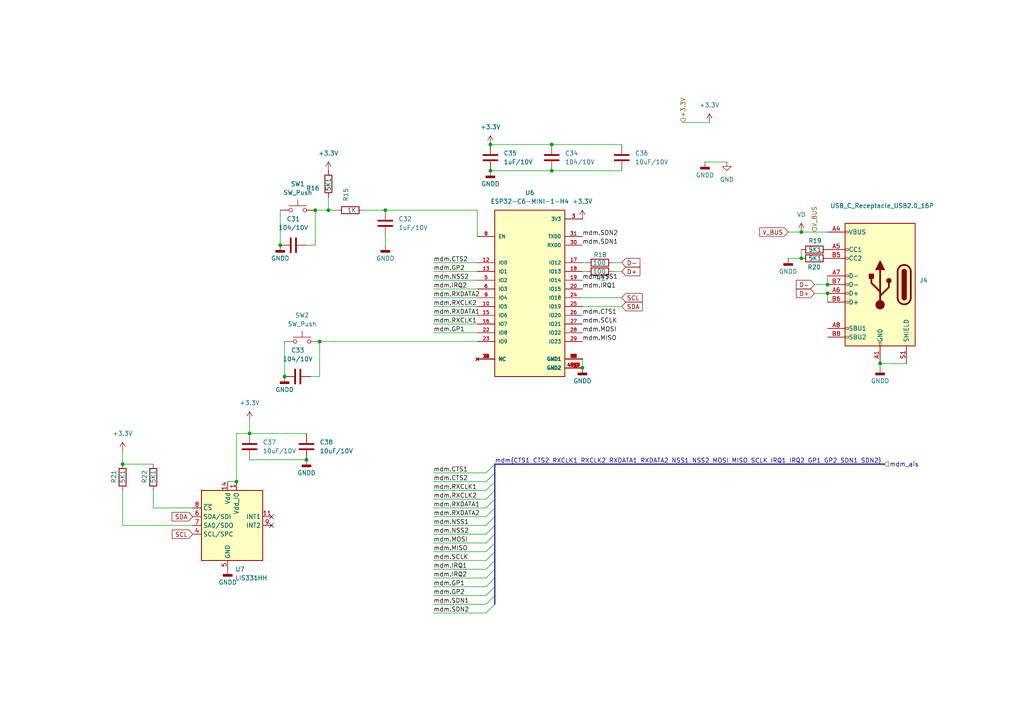
<source format=kicad_sch>
(kicad_sch (version 20231120) (generator "eeschema") (generator_version "8.0")
  (paper "A4")
  (lib_symbols
    (symbol "Connector:USB_C_Receptacle_USB2.0_16P" (pin_names (offset 1.016))
      (property "Reference" "J" (at 0 22.225 0))
      (property "Value" "USB_C_Receptacle_USB2.0_16P" (at 0 19.685 0))
      (symbol "USB_C_Receptacle_USB2.0_16P_0_0"
        (rectangle (start -0.254 -17.78) (end 0.254 -16.764))
        (rectangle (start 10.16 -14.986) (end 9.144 -15.494))
        (rectangle (start 10.16 -12.446) (end 9.144 -12.954))
        (rectangle (start 10.16 -4.826) (end 9.144 -5.334))
        (rectangle (start 10.16 -2.286) (end 9.144 -2.794))
        (rectangle (start 10.16 0.254) (end 9.144 -0.254))
        (rectangle (start 10.16 2.794) (end 9.144 2.286))
        (rectangle (start 10.16 7.874) (end 9.144 7.366))
        (rectangle (start 10.16 10.414) (end 9.144 9.906))
        (rectangle (start 10.16 15.494) (end 9.144 14.986))
      )
      (symbol "USB_C_Receptacle_USB2.0_16P_0_1"
        (rectangle (start -10.16 17.78) (end 10.16 -17.78) (stroke (width 0.254)) (fill (type background)))
        (arc (start -8.89 -3.81) (mid -6.985 -5.7067) (end -5.08 -3.81) (stroke (width 0.508)))
        (arc (start -7.62 -3.81) (mid -6.985 -4.4423) (end -6.35 -3.81) (stroke (width 0.254)))
        (arc (start -7.62 -3.81) (mid -6.985 -4.4423) (end -6.35 -3.81) (stroke (width 0.254)) (fill (type outline)))
        (rectangle (start -7.62 -3.81) (end -6.35 3.81) (stroke (width 0.254)) (fill (type outline)))
        (arc (start -6.35 3.81) (mid -6.985 4.4423) (end -7.62 3.81) (stroke (width 0.254)))
        (arc (start -6.35 3.81) (mid -6.985 4.4423) (end -7.62 3.81) (stroke (width 0.254)) (fill (type outline)))
        (arc (start -5.08 3.81) (mid -6.985 5.7067) (end -8.89 3.81) (stroke (width 0.508)))
        (circle (center -2.54 1.143) (radius 0.635) (stroke (width 0.254)) (fill (type outline)))
        (circle (center 0 -5.842) (radius 1.27) (fill (type outline)))
        (polyline (pts (xy -8.89 -3.81) (xy -8.89 3.81)) (stroke (width 0.508)))
        (polyline (pts (xy -5.08 3.81) (xy -5.08 -3.81)) (stroke (width 0.508)))
        (polyline (pts (xy 0 -5.842) (xy 0 4.318)) (stroke (width 0.508)))
        (polyline (pts (xy 0 -3.302) (xy -2.54 -0.762) (xy -2.54 0.508)) (stroke (width 0.508)))
        (polyline (pts (xy 0 -2.032) (xy 2.54 0.508) (xy 2.54 1.778)) (stroke (width 0.508)))
        (polyline (pts (xy -1.27 4.318) (xy 0 6.858) (xy 1.27 4.318) (xy -1.27 4.318)) (stroke (width 0.254)) (fill (type outline)))
        (rectangle (start 1.905 1.778) (end 3.175 3.048) (stroke (width 0.254)) (fill (type outline)))
      )
      (symbol "USB_C_Receptacle_USB2.0_16P_1_1"
        (pin passive line (at 0 -22.86 90) (length 5.08) (name "GND") (number "A1"))
        (pin passive line (at 0 -22.86 90) (length 5.08) hide (name "GND") (number "A12"))
        (pin passive line (at 15.24 15.24 180) (length 5.08) (name "VBUS") (number "A4"))
        (pin bidirectional line (at 15.24 10.16 180) (length 5.08) (name "CC1") (number "A5"))
        (pin bidirectional line (at 15.24 -2.54 180) (length 5.08) (name "D+") (number "A6"))
        (pin bidirectional line (at 15.24 2.54 180) (length 5.08) (name "D-") (number "A7"))
        (pin bidirectional line (at 15.24 -12.7 180) (length 5.08) (name "SBU1") (number "A8"))
        (pin passive line (at 15.24 15.24 180) (length 5.08) hide (name "VBUS") (number "A9"))
        (pin passive line (at 0 -22.86 90) (length 5.08) hide (name "GND") (number "B1"))
        (pin passive line (at 0 -22.86 90) (length 5.08) hide (name "GND") (number "B12"))
        (pin passive line (at 15.24 15.24 180) (length 5.08) hide (name "VBUS") (number "B4"))
        (pin bidirectional line (at 15.24 7.62 180) (length 5.08) (name "CC2") (number "B5"))
        (pin bidirectional line (at 15.24 -5.08 180) (length 5.08) (name "D+") (number "B6"))
        (pin bidirectional line (at 15.24 0 180) (length 5.08) (name "D-") (number "B7"))
        (pin bidirectional line (at 15.24 -15.24 180) (length 5.08) (name "SBU2") (number "B8"))
        (pin passive line (at 15.24 15.24 180) (length 5.08) hide (name "VBUS") (number "B9"))
        (pin passive line (at -7.62 -22.86 90) (length 5.08) (name "SHIELD") (number "S1"))
      )
    )
    (symbol "Device:C" (pin_numbers hide) (pin_names (offset 0.254))
      (property "Reference" "C" (at 0.635 2.54 0))
      (property "Value" "C" (at 0.635 -2.54 0))
      (symbol "C_0_1"
        (polyline (pts (xy -2.032 -0.762) (xy 2.032 -0.762)) (stroke (width 0.508)))
        (polyline (pts (xy -2.032 0.762) (xy 2.032 0.762)) (stroke (width 0.508)))
      )
      (symbol "C_1_1"
        (pin passive line (at 0 3.81 270) (length 2.794) (name "~") (number "1"))
        (pin passive line (at 0 -3.81 90) (length 2.794) (name "~") (number "2"))
      )
    )
    (symbol "Device:R" (pin_numbers hide) (pin_names (offset 0))
      (property "Reference" "R" (at 2.032 0 90))
      (property "Value" "R" (at 0 0 90))
      (symbol "R_0_1"
        (rectangle (start -1.016 -2.54) (end 1.016 2.54) (stroke (width 0.254)))
      )
      (symbol "R_1_1"
        (pin passive line (at 0 3.81 270) (length 1.27) (name "~") (number "1"))
        (pin passive line (at 0 -3.81 90) (length 1.27) (name "~") (number "2"))
      )
    )
    (symbol "SI_ESP32:ESP32-C6-MINI-1-H4" (pin_names (offset 1.016))
      (property "Reference" "U" (at -10.16 23.622 0))
      (property "Value" "ESP32-C6-MINI-1-H4" (at -10.16 -27.94 0))
      (symbol "ESP32-C6-MINI-1-H4_0_0"
        (rectangle (start -10.16 -25.4) (end 10.16 22.86) (stroke (width 0.254)) (fill (type background)))
        (pin power_in line (at 15.24 -20.32 180) (length 5.08) (name "GND1") (number "1"))
        (pin bidirectional line (at -15.24 -5.08 0) (length 5.08) (name "IO5") (number "10"))
        (pin power_in line (at 15.24 -20.32 180) (length 5.08) (name "GND1") (number "11"))
        (pin bidirectional line (at -15.24 7.62 0) (length 5.08) (name "IO0") (number "12"))
        (pin bidirectional line (at -15.24 5.08 0) (length 5.08) (name "IO1") (number "13"))
        (pin power_in line (at 15.24 -20.32 180) (length 5.08) (name "GND1") (number "14"))
        (pin bidirectional line (at -15.24 -7.62 0) (length 5.08) (name "IO6") (number "15"))
        (pin bidirectional line (at -15.24 -10.16 0) (length 5.08) (name "IO7") (number "16"))
        (pin bidirectional line (at 15.24 7.62 180) (length 5.08) (name "IO12") (number "17"))
        (pin bidirectional line (at 15.24 5.08 180) (length 5.08) (name "IO13") (number "18"))
        (pin bidirectional line (at 15.24 2.54 180) (length 5.08) (name "IO14") (number "19"))
        (pin power_in line (at 15.24 -20.32 180) (length 5.08) (name "GND1") (number "2"))
        (pin bidirectional line (at 15.24 0 180) (length 5.08) (name "IO15") (number "20"))
        (pin no_connect line (at -15.24 -20.32 0) (length 5.08) (name "NC") (number "21"))
        (pin bidirectional line (at -15.24 -12.7 0) (length 5.08) (name "IO8") (number "22"))
        (pin bidirectional line (at -15.24 -15.24 0) (length 5.08) (name "IO9") (number "23"))
        (pin bidirectional line (at 15.24 -2.54 180) (length 5.08) (name "IO18") (number "24"))
        (pin bidirectional line (at 15.24 -5.08 180) (length 5.08) (name "IO19") (number "25"))
        (pin bidirectional line (at 15.24 -7.62 180) (length 5.08) (name "IO20") (number "26"))
        (pin bidirectional line (at 15.24 -10.16 180) (length 5.08) (name "IO21") (number "27"))
        (pin bidirectional line (at 15.24 -12.7 180) (length 5.08) (name "IO22") (number "28"))
        (pin bidirectional line (at 15.24 -15.24 180) (length 5.08) (name "IO23") (number "29"))
        (pin power_in line (at 15.24 20.32 180) (length 5.08) (name "3V3") (number "3"))
        (pin bidirectional line (at 15.24 12.7 180) (length 5.08) (name "RXD0") (number "30"))
        (pin bidirectional line (at 15.24 15.24 180) (length 5.08) (name "TXD0") (number "31"))
        (pin no_connect line (at -15.24 -20.32 0) (length 5.08) (name "NC") (number "32"))
        (pin no_connect line (at -15.24 -20.32 0) (length 5.08) (name "NC") (number "33"))
        (pin no_connect line (at -15.24 -20.32 0) (length 5.08) (name "NC") (number "34"))
        (pin no_connect line (at -15.24 -20.32 0) (length 5.08) (name "NC") (number "35"))
        (pin power_in line (at 15.24 -20.32 180) (length 5.08) (name "GND1") (number "36"))
        (pin power_in line (at 15.24 -20.32 180) (length 5.08) (name "GND1") (number "37"))
        (pin power_in line (at 15.24 -20.32 180) (length 5.08) (name "GND1") (number "38"))
        (pin power_in line (at 15.24 -20.32 180) (length 5.08) (name "GND1") (number "39"))
        (pin no_connect line (at -15.24 -20.32 0) (length 5.08) (name "NC") (number "4"))
        (pin power_in line (at 15.24 -20.32 180) (length 5.08) (name "GND1") (number "40"))
        (pin power_in line (at 15.24 -20.32 180) (length 5.08) (name "GND1") (number "41"))
        (pin power_in line (at 15.24 -20.32 180) (length 5.08) (name "GND1") (number "42"))
        (pin power_in line (at 15.24 -20.32 180) (length 5.08) (name "GND1") (number "43"))
        (pin power_in line (at 15.24 -20.32 180) (length 5.08) (name "GND1") (number "44"))
        (pin power_in line (at 15.24 -20.32 180) (length 5.08) (name "GND1") (number "45"))
        (pin power_in line (at 15.24 -20.32 180) (length 5.08) (name "GND1") (number "46"))
        (pin power_in line (at 15.24 -22.86 180) (length 5.08) (name "GND2") (number "47"))
        (pin power_in line (at 15.24 -22.86 180) (length 5.08) (name "GND2") (number "48"))
        (pin power_in line (at 15.24 -22.86 180) (length 5.08) (name "GND2") (number "49_1"))
        (pin power_in line (at 15.24 -22.86 180) (length 5.08) (name "GND2") (number "49_2"))
        (pin power_in line (at 15.24 -22.86 180) (length 5.08) (name "GND2") (number "49_3"))
        (pin power_in line (at 15.24 -22.86 180) (length 5.08) (name "GND2") (number "49_4"))
        (pin power_in line (at 15.24 -22.86 180) (length 5.08) (name "GND2") (number "49_5"))
        (pin power_in line (at 15.24 -22.86 180) (length 5.08) (name "GND2") (number "49_6"))
        (pin power_in line (at 15.24 -22.86 180) (length 5.08) (name "GND2") (number "49_7"))
        (pin power_in line (at 15.24 -22.86 180) (length 5.08) (name "GND2") (number "49_8"))
        (pin power_in line (at 15.24 -22.86 180) (length 5.08) (name "GND2") (number "49_9"))
        (pin bidirectional line (at -15.24 2.54 0) (length 5.08) (name "IO2") (number "5"))
        (pin power_in line (at 15.24 -22.86 180) (length 5.08) (name "GND2") (number "50"))
        (pin power_in line (at 15.24 -22.86 180) (length 5.08) (name "GND2") (number "51"))
        (pin power_in line (at 15.24 -22.86 180) (length 5.08) (name "GND2") (number "52"))
        (pin power_in line (at 15.24 -22.86 180) (length 5.08) (name "GND2") (number "53"))
        (pin bidirectional line (at -15.24 0 0) (length 5.08) (name "IO3") (number "6"))
        (pin no_connect line (at -15.24 -20.32 0) (length 5.08) (name "NC") (number "7"))
        (pin input line (at -15.24 15.24 0) (length 5.08) (name "EN") (number "8"))
        (pin bidirectional line (at -15.24 -2.54 0) (length 5.08) (name "IO4") (number "9"))
      )
    )
    (symbol "Sensor_Motion:LIS331HH"
      (property "Reference" "U" (at -7.62 11.43 0))
      (property "Value" "LIS331HH" (at 3.81 11.43 0))
      (symbol "LIS331HH_0_1"
        (rectangle (start -7.62 10.16) (end 10.16 -10.16) (stroke (width 0.254)) (fill (type background)))
      )
      (symbol "LIS331HH_1_1"
        (pin power_in line (at 2.54 12.7 270) (length 2.54) (name "Vdd_IO") (number "1"))
        (pin passive line (at 0 -12.7 90) (length 2.54) hide (name "GND") (number "10"))
        (pin output line (at 12.7 2.54 180) (length 2.54) (name "INT1") (number "11"))
        (pin passive line (at 0 -12.7 90) (length 2.54) hide (name "GND") (number "12"))
        (pin passive line (at 0 -12.7 90) (length 2.54) hide (name "GND") (number "13"))
        (pin power_in line (at 0 12.7 270) (length 2.54) (name "Vdd") (number "14"))
        (pin passive line (at 0 12.7 270) (length 2.54) hide (name "Vdd") (number "15"))
        (pin passive line (at 0 -12.7 90) (length 2.54) hide (name "GND") (number "16"))
        (pin no_connect line (at 10.16 -2.54 180) (length 2.54) hide (name "NC") (number "2"))
        (pin no_connect line (at 10.16 -5.08 180) (length 2.54) hide (name "NC") (number "3"))
        (pin input line (at -10.16 -2.54 0) (length 2.54) (name "SCL/SPC") (number "4"))
        (pin power_in line (at 0 -12.7 90) (length 2.54) (name "GND") (number "5"))
        (pin bidirectional line (at -10.16 2.54 0) (length 2.54) (name "SDA/SDI") (number "6"))
        (pin output line (at -10.16 0 0) (length 2.54) (name "SA0/SDO") (number "7"))
        (pin input line (at -10.16 5.08 0) (length 2.54) (name "~{CS}") (number "8"))
        (pin output line (at 12.7 0 180) (length 2.54) (name "INT2") (number "9"))
      )
    )
    (symbol "Switch:SW_Push" (pin_numbers hide) (pin_names (offset 1.016) hide)
      (property "Reference" "SW" (at 1.27 2.54 0))
      (property "Value" "SW_Push" (at 0 -1.524 0))
      (symbol "SW_Push_0_1"
        (circle (center -2.032 0) (radius 0.508))
        (polyline (pts (xy 0 1.27) (xy 0 3.048)))
        (polyline (pts (xy 2.54 1.27) (xy -2.54 1.27)))
        (circle (center 2.032 0) (radius 0.508))
        (pin passive line (at -5.08 0 0) (length 2.54) (name "1") (number "1"))
        (pin passive line (at 5.08 0 180) (length 2.54) (name "2") (number "2"))
      )
    )
    (symbol "power:+3.3V" (power) (pin_numbers hide) (pin_names (offset 0) hide)
      (property "Value" "+3.3V" (at 0 3.556 0))
      (symbol "+3.3V_0_1"
        (polyline (pts (xy -0.762 1.27) (xy 0 2.54)))
        (polyline (pts (xy 0 0) (xy 0 2.54)))
        (polyline (pts (xy 0 2.54) (xy 0.762 1.27)))
      )
      (symbol "+3.3V_1_1"
        (pin power_in line (at 0 0 90) (length 0) (name "~") (number "1"))
      )
    )
    (symbol "power:GND" (power) (pin_numbers hide) (pin_names (offset 0) hide)
      (property "Value" "GND" (at 0 -3.81 0))
      (symbol "GND_0_1"
        (polyline (pts (xy 0 0) (xy 0 -1.27) (xy 1.27 -1.27) (xy 0 -2.54) (xy -1.27 -1.27) (xy 0 -1.27)))
      )
      (symbol "GND_1_1"
        (pin power_in line (at 0 0 270) (length 0) (name "~") (number "1"))
      )
    )
    (symbol "power:GNDD" (power) (pin_numbers hide) (pin_names (offset 0) hide)
      (property "Value" "GNDD" (at 0 -3.175 0))
      (symbol "GNDD_0_1"
        (rectangle (start -1.27 -1.524) (end 1.27 -2.032) (stroke (width 0.254)) (fill (type outline)))
        (polyline (pts (xy 0 0) (xy 0 -1.524)))
      )
      (symbol "GNDD_1_1"
        (pin power_in line (at 0 0 270) (length 0) (name "~") (number "1"))
      )
    )
    (symbol "power:VD" (power) (pin_numbers hide) (pin_names (offset 0) hide)
      (property "Value" "VD" (at 0 3.556 0))
      (symbol "VD_0_1"
        (polyline (pts (xy -0.762 1.27) (xy 0 2.54)))
        (polyline (pts (xy 0 0) (xy 0 2.54)))
        (polyline (pts (xy 0 2.54) (xy 0.762 1.27)))
      )
      (symbol "VD_1_1"
        (pin power_in line (at 0 0 90) (length 0) (name "~") (number "1"))
      )
    )
  )
  (junction (at 240.03 85.09))
  (junction (at 92.71 99.06))
  (junction (at 35.56 134.62))
  (junction (at 142.24 41.91))
  (junction (at 142.24 49.53))
  (junction (at 95.25 60.96))
  (junction (at 160.02 41.91))
  (junction (at 160.02 49.53))
  (junction (at 91.44 60.96))
  (junction (at 82.55 109.22))
  (junction (at 111.76 60.96))
  (junction (at 240.03 82.55))
  (junction (at 255.27 105.41))
  (junction (at 88.9 133.35))
  (junction (at 72.39 125.73))
  (junction (at 81.28 71.12))
  (junction (at 68.58 139.7))
  (junction (at 168.91 106.68))
  (junction (at 232.41 67.31))
  (junction (at 232.41 74.93))
  (no_connect (at 78.74 149.86))
  (no_connect (at 78.74 152.4))
  (bus_entry (at 143.51 137.16) (size -2.54 2.54))
  (bus_entry (at 143.51 172.72) (size -2.54 2.54))
  (bus_entry (at 143.51 139.7) (size -2.54 2.54))
  (bus_entry (at 143.51 134.62) (size -2.54 2.54))
  (bus_entry (at 143.51 157.48) (size -2.54 2.54))
  (bus_entry (at 143.51 149.86) (size -2.54 2.54))
  (bus_entry (at 143.51 142.24) (size -2.54 2.54))
  (bus_entry (at 143.51 152.4) (size -2.54 2.54))
  (bus_entry (at 143.51 147.32) (size -2.54 2.54))
  (bus_entry (at 143.51 167.64) (size -2.54 2.54))
  (bus_entry (at 143.51 154.94) (size -2.54 2.54))
  (bus_entry (at 143.51 162.56) (size -2.54 2.54))
  (bus_entry (at 143.51 170.18) (size -2.54 2.54))
  (bus_entry (at 143.51 144.78) (size -2.54 2.54))
  (bus_entry (at 143.51 160.02) (size -2.54 2.54))
  (bus_entry (at 143.51 165.1) (size -2.54 2.54))
  (bus_entry (at 143.51 175.26) (size -2.54 2.54))
  (wire (pts (xy 125.73 91.44) (xy 138.43 91.44)))
  (bus (pts (xy 143.51 157.48) (xy 143.51 160.02)))
  (wire (pts (xy 35.56 130.81) (xy 35.56 134.62)))
  (wire (pts (xy 160.02 49.53) (xy 180.34 49.53)))
  (wire (pts (xy 125.73 149.86) (xy 140.97 149.86)))
  (wire (pts (xy 125.73 93.98) (xy 138.43 93.98)))
  (wire (pts (xy 95.25 57.15) (xy 95.25 60.96)))
  (wire (pts (xy 125.73 76.2) (xy 138.43 76.2)))
  (wire (pts (xy 125.73 154.94) (xy 140.97 154.94)))
  (wire (pts (xy 142.24 49.53) (xy 160.02 49.53)))
  (wire (pts (xy 125.73 142.24) (xy 140.97 142.24)))
  (wire (pts (xy 142.24 41.91) (xy 160.02 41.91)))
  (wire (pts (xy 160.02 41.91) (xy 180.34 41.91)))
  (wire (pts (xy 92.71 99.06) (xy 138.43 99.06)))
  (wire (pts (xy 125.73 88.9) (xy 138.43 88.9)))
  (wire (pts (xy 125.73 139.7) (xy 140.97 139.7)))
  (wire (pts (xy 168.91 104.14) (xy 168.91 106.68)))
  (bus (pts (xy 143.51 142.24) (xy 143.51 144.78)))
  (wire (pts (xy 72.39 133.35) (xy 88.9 133.35)))
  (wire (pts (xy 111.76 60.96) (xy 138.43 60.96)))
  (wire (pts (xy 168.91 76.2) (xy 170.18 76.2)))
  (wire (pts (xy 91.44 71.12) (xy 91.44 60.96)))
  (wire (pts (xy 138.43 68.58) (xy 138.43 60.96)))
  (wire (pts (xy 232.41 67.31) (xy 240.03 67.31)))
  (wire (pts (xy 105.41 60.96) (xy 111.76 60.96)))
  (wire (pts (xy 262.89 105.41) (xy 255.27 105.41)))
  (bus (pts (xy 143.51 149.86) (xy 143.51 152.4)))
  (bus (pts (xy 143.51 172.72) (xy 143.51 175.26)))
  (wire (pts (xy 125.73 152.4) (xy 140.97 152.4)))
  (wire (pts (xy 236.22 82.55) (xy 240.03 82.55)))
  (wire (pts (xy 180.34 88.9) (xy 168.91 88.9)))
  (wire (pts (xy 125.73 78.74) (xy 138.43 78.74)))
  (wire (pts (xy 125.73 147.32) (xy 140.97 147.32)))
  (wire (pts (xy 35.56 152.4) (xy 35.56 142.24)))
  (wire (pts (xy 228.6 67.31) (xy 232.41 67.31)))
  (wire (pts (xy 72.39 125.73) (xy 88.9 125.73)))
  (bus (pts (xy 143.51 154.94) (xy 143.51 157.48)))
  (bus (pts (xy 143.51 165.1) (xy 143.51 167.64)))
  (bus (pts (xy 143.51 139.7) (xy 143.51 142.24)))
  (wire (pts (xy 35.56 134.62) (xy 44.45 134.62)))
  (wire (pts (xy 255.27 105.41) (xy 255.27 106.68)))
  (bus (pts (xy 143.51 152.4) (xy 143.51 154.94)))
  (wire (pts (xy 228.6 74.93) (xy 232.41 74.93)))
  (wire (pts (xy 232.41 72.39) (xy 232.41 74.93)))
  (wire (pts (xy 125.73 137.16) (xy 140.97 137.16)))
  (bus (pts (xy 143.51 147.32) (xy 143.51 149.86)))
  (wire (pts (xy 95.25 60.96) (xy 97.79 60.96)))
  (wire (pts (xy 125.73 86.36) (xy 138.43 86.36)))
  (wire (pts (xy 125.73 96.52) (xy 138.43 96.52)))
  (wire (pts (xy 92.71 109.22) (xy 92.71 99.06)))
  (wire (pts (xy 198.12 35.56) (xy 205.74 35.56)))
  (wire (pts (xy 125.73 170.18) (xy 140.97 170.18)))
  (wire (pts (xy 236.22 85.09) (xy 240.03 85.09)))
  (bus (pts (xy 143.51 167.64) (xy 143.51 170.18)))
  (wire (pts (xy 240.03 80.01) (xy 240.03 82.55)))
  (wire (pts (xy 55.88 147.32) (xy 44.45 147.32)))
  (bus (pts (xy 143.51 162.56) (xy 143.51 165.1)))
  (wire (pts (xy 125.73 172.72) (xy 140.97 172.72)))
  (wire (pts (xy 125.73 175.26) (xy 140.97 175.26)))
  (wire (pts (xy 125.73 162.56) (xy 140.97 162.56)))
  (bus (pts (xy 143.51 144.78) (xy 143.51 147.32)))
  (wire (pts (xy 125.73 167.64) (xy 140.97 167.64)))
  (wire (pts (xy 90.17 109.22) (xy 92.71 109.22)))
  (wire (pts (xy 168.91 78.74) (xy 170.18 78.74)))
  (wire (pts (xy 55.88 152.4) (xy 35.56 152.4)))
  (wire (pts (xy 180.34 86.36) (xy 168.91 86.36)))
  (wire (pts (xy 204.47 46.99) (xy 210.82 46.99)))
  (bus (pts (xy 143.51 170.18) (xy 143.51 172.72)))
  (bus (pts (xy 143.51 137.16) (xy 143.51 139.7)))
  (bus (pts (xy 143.51 160.02) (xy 143.51 162.56)))
  (bus (pts (xy 143.51 134.62) (xy 143.51 137.16)))
  (wire (pts (xy 82.55 99.06) (xy 82.55 109.22)))
  (wire (pts (xy 125.73 160.02) (xy 140.97 160.02)))
  (wire (pts (xy 44.45 147.32) (xy 44.45 142.24)))
  (wire (pts (xy 91.44 60.96) (xy 95.25 60.96)))
  (wire (pts (xy 125.73 81.28) (xy 138.43 81.28)))
  (bus (pts (xy 143.51 134.62) (xy 256.54 134.62)))
  (wire (pts (xy 125.73 165.1) (xy 140.97 165.1)))
  (wire (pts (xy 125.73 83.82) (xy 138.43 83.82)))
  (wire (pts (xy 177.8 78.74) (xy 180.34 78.74)))
  (wire (pts (xy 66.04 139.7) (xy 68.58 139.7)))
  (wire (pts (xy 111.76 71.12) (xy 111.76 68.58)))
  (wire (pts (xy 72.39 121.92) (xy 72.39 125.73)))
  (wire (pts (xy 68.58 139.7) (xy 68.58 125.73)))
  (wire (pts (xy 81.28 60.96) (xy 81.28 71.12)))
  (wire (pts (xy 125.73 157.48) (xy 140.97 157.48)))
  (wire (pts (xy 240.03 85.09) (xy 240.03 87.63)))
  (wire (pts (xy 88.9 71.12) (xy 91.44 71.12)))
  (wire (pts (xy 68.58 125.73) (xy 72.39 125.73)))
  (wire (pts (xy 125.73 144.78) (xy 140.97 144.78)))
  (wire (pts (xy 125.73 177.8) (xy 140.97 177.8)))
  (wire (pts (xy 177.8 76.2) (xy 180.34 76.2)))
  (label "mdm.SCLK" (at 125.73 162.56 0))
  (label "mdm.CTS2" (at 125.73 139.7 0))
  (label "mdm.IRQ2" (at 125.73 167.64 0))
  (label "mdm.CTS1" (at 125.73 137.16 0))
  (label "mdm.RXCLK2" (at 125.73 144.78 0))
  (label "mdm.SDN1" (at 125.73 175.26 0))
  (label "mdm.IRQ1" (at 125.73 165.1 0))
  (label "mdm.SDN2" (at 125.73 177.8 0))
  (label "mdm.NSS2" (at 125.73 81.28 0))
  (label "mdm.CTS1" (at 168.91 91.44 0))
  (label "mdm.SDN2" (at 168.91 68.58 0))
  (label "mdm.IRQ1" (at 168.91 83.82 0))
  (label "mdm.NSS1" (at 125.73 152.4 0))
  (label "mdm.RXCLK2" (at 125.73 88.9 0))
  (label "mdm.RXDATA1" (at 125.73 147.32 0))
  (label "mdm.NSS2" (at 125.73 154.94 0))
  (label "mdm.CTS2" (at 125.73 76.2 0))
  (label "mdm.RXDATA2" (at 125.73 149.86 0))
  (label "mdm{CTS1 CTS2 RXCLK1 RXCLK2 RXDATA1 RXDATA2 NSS1 NSS2 MOSI MISO SCLK IRQ1 IRQ2 GP1 GP2 SDN1 SDN2}" (at 143.51 134.62 0))
  (label "mdm.MISO" (at 125.73 160.02 0))
  (label "mdm.GP2" (at 125.73 172.72 0))
  (label "mdm.MOSI" (at 125.73 157.48 0))
  (label "mdm.SCLK" (at 168.91 93.98 0))
  (label "mdm.GP1" (at 125.73 170.18 0))
  (label "mdm.NSS1" (at 168.91 81.28 0))
  (label "mdm.MOSI" (at 168.91 96.52 0))
  (label "mdm.RXDATA2" (at 125.73 86.36 0))
  (label "mdm.RXCLK1" (at 125.73 93.98 0))
  (label "mdm.GP1" (at 125.73 96.52 0))
  (label "mdm.IRQ2" (at 125.73 83.82 0))
  (label "mdm.RXDATA1" (at 125.73 91.44 0))
  (label "mdm.RXCLK1" (at 125.73 142.24 0))
  (label "mdm.SDN1" (at 168.91 71.12 0))
  (label "mdm.GP2" (at 125.73 78.74 0))
  (label "mdm.MISO" (at 168.91 99.06 0))
  (global_label "SDA" (shape input) (at 180.34 88.9 0) (property "Intersheetrefs" "${INTERSHEET_REFS}" (effects (hide yes))))
  (global_label "V_BUS" (shape input) (at 228.6 67.31 180) (property "Intersheetrefs" "${INTERSHEET_REFS}" (effects (hide yes))))
  (global_label "D-" (shape input) (at 180.34 76.2 0) (property "Intersheetrefs" "${INTERSHEET_REFS}" (effects (hide yes))))
  (global_label "SDA" (shape input) (at 55.88 149.86 180) (property "Intersheetrefs" "${INTERSHEET_REFS}" (effects (hide yes))))
  (global_label "SCL" (shape input) (at 180.34 86.36 0) (property "Intersheetrefs" "${INTERSHEET_REFS}" (effects (hide yes))))
  (global_label "D+" (shape input) (at 236.22 85.09 180) (property "Intersheetrefs" "${INTERSHEET_REFS}" (effects (hide yes))))
  (global_label "D+" (shape input) (at 180.34 78.74 0) (property "Intersheetrefs" "${INTERSHEET_REFS}" (effects (hide yes))))
  (global_label "D-" (shape input) (at 236.22 82.55 180) (property "Intersheetrefs" "${INTERSHEET_REFS}" (effects (hide yes))))
  (global_label "SCL" (shape input) (at 55.88 154.94 180) (property "Intersheetrefs" "${INTERSHEET_REFS}" (effects (hide yes))))
  (hierarchical_label "mdm_ais" (shape input) (at 256.54 134.62 0))
  (hierarchical_label "V_BUS" (shape input) (at 236.22 67.31 90))
  (hierarchical_label "+3.3V" (shape input) (at 198.12 35.56 90))
  (symbol (lib_id "Device:R") (at 236.22 74.93 270) (unit 1)
    (property "Reference" "R20" (at 234.188 77.47 90) (effects (justify left)))
    (property "Value" "5K1" (at 234.442 74.93 90) (effects (justify left)))
    (property "Footprint" "Resistor_SMD:R_0402_1005Metric" (effects (hide yes)))
    (property "Description" "Resistor" (effects (hide yes)))
  )
  (symbol (lib_id "Device:R") (at 236.22 72.39 270) (unit 1)
    (property "Reference" "R19" (at 234.442 69.85 90) (effects (justify left)))
    (property "Value" "5K1" (at 234.442 72.39 90) (effects (justify left)))
    (property "Footprint" "Resistor_SMD:R_0402_1005Metric" (effects (hide yes)))
    (property "Description" "Resistor" (effects (hide yes)))
  )
  (symbol (lib_id "power:GNDD") (at 82.55 109.22 0) (unit 1)
    (property "Reference" "#PWR042" (effects (hide yes)))
    (property "Value" "GNDD" (at 82.55 113.03 0))
    (property "Description" "Power symbol creates a global label with name \"GNDD\" , digital ground" (effects (hide yes)))
  )
  (symbol (lib_id "power:+3.3V") (at 35.56 130.81 0) (unit 1)
    (property "Reference" "#PWR039" (effects (hide yes)))
    (property "Value" "+3.3V" (at 35.56 125.73 0))
    (property "Description" "Power symbol creates a global label with name \"+3.3V\"" (effects (hide yes)))
  )
  (symbol (lib_id "power:GNDD") (at 142.24 49.53 0) (unit 1)
    (property "Reference" "#PWR033" (effects (hide yes)))
    (property "Value" "GNDD" (at 142.24 53.34 0))
    (property "Description" "Power symbol creates a global label with name \"GNDD\" , digital ground" (effects (hide yes)))
  )
  (symbol (lib_id "power:+3.3V") (at 168.91 63.5 0) (unit 1)
    (property "Reference" "#PWR061" (effects (hide yes)))
    (property "Value" "+3.3V" (at 168.91 58.42 0))
    (property "Description" "Power symbol creates a global label with name \"+3.3V\"" (effects (hide yes)))
  )
  (symbol (lib_id "power:GNDD") (at 66.04 165.1 0) (unit 1)
    (property "Reference" "#PWR030" (effects (hide yes)))
    (property "Value" "GNDD" (at 66.04 168.91 0))
    (property "Description" "Power symbol creates a global label with name \"GNDD\" , digital ground" (effects (hide yes)))
  )
  (symbol (lib_id "power:+3.3V") (at 205.74 35.56 0) (unit 1)
    (property "Reference" "#PWR058" (effects (hide yes)))
    (property "Value" "+3.3V" (at 205.74 30.48 0))
    (property "Description" "Power symbol creates a global label with name \"+3.3V\"" (effects (hide yes)))
  )
  (symbol (lib_id "Device:R") (at 173.99 78.74 90) (unit 1)
    (property "Reference" "R17" (at 176.784 80.772 90) (effects (justify left)))
    (property "Value" "100" (at 175.768 78.74 90) (effects (justify left)))
    (property "Footprint" "Resistor_SMD:R_0402_1005Metric" (effects (hide yes)))
    (property "Description" "Resistor" (effects (hide yes)))
  )
  (symbol (lib_id "Device:R") (at 101.6 60.96 90) (unit 1)
    (property "Reference" "R15" (at 100.3299 58.42 0) (effects (justify left)))
    (property "Value" "1K" (at 103.378 60.96 90) (effects (justify left)))
    (property "Footprint" "Resistor_SMD:R_0402_1005Metric" (effects (hide yes)))
    (property "Description" "Resistor" (effects (hide yes)))
  )
  (symbol (lib_id "power:+3.3V") (at 72.39 121.92 0) (unit 1)
    (property "Reference" "#PWR040" (effects (hide yes)))
    (property "Value" "+3.3V" (at 72.39 116.84 0))
    (property "Description" "Power symbol creates a global label with name \"+3.3V\"" (effects (hide yes)))
  )
  (symbol (lib_id "power:GNDD") (at 81.28 71.12 0) (unit 1)
    (property "Reference" "#PWR031" (effects (hide yes)))
    (property "Value" "GNDD" (at 81.28 74.93 0))
    (property "Description" "Power symbol creates a global label with name \"GNDD\" , digital ground" (effects (hide yes)))
  )
  (symbol (lib_id "power:+3.3V") (at 142.24 41.91 0) (unit 1)
    (property "Reference" "#PWR034" (effects (hide yes)))
    (property "Value" "+3.3V" (at 142.24 36.83 0))
    (property "Description" "Power symbol creates a global label with name \"+3.3V\"" (effects (hide yes)))
  )
  (symbol (lib_id "power:GNDD") (at 255.27 106.68 0) (unit 1)
    (property "Reference" "#PWR037" (effects (hide yes)))
    (property "Value" "GNDD" (at 255.27 110.49 0))
    (property "Description" "Power symbol creates a global label with name \"GNDD\" , digital ground" (effects (hide yes)))
  )
  (symbol (lib_id "power:+3.3V") (at 95.25 49.53 0) (unit 1)
    (property "Reference" "#PWR028" (effects (hide yes)))
    (property "Value" "+3.3V" (at 95.25 44.45 0))
    (property "Description" "Power symbol creates a global label with name \"+3.3V\"" (effects (hide yes)))
  )
  (symbol (lib_id "Device:C") (at 160.02 45.72 180) (unit 1)
    (property "Reference" "C34" (at 163.83 44.4499 0) (effects (justify right)))
    (property "Value" "104/10V" (at 163.83 46.9899 0) (effects (justify right)))
    (property "Footprint" "Capacitor_SMD:C_0603_1608Metric" (effects (hide yes)))
    (property "Description" "Unpolarized capacitor" (effects (hide yes)))
  )
  (symbol (lib_id "Device:C") (at 86.36 109.22 270) (unit 1)
    (property "Reference" "C33" (at 86.36 101.6 90))
    (property "Value" "104/10V" (at 86.36 104.14 90))
    (property "Footprint" "Capacitor_SMD:C_0402_1005Metric" (effects (hide yes)))
    (property "Description" "Unpolarized capacitor" (effects (hide yes)))
  )
  (symbol (lib_id "power:GNDD") (at 228.6 74.93 0) (unit 1)
    (property "Reference" "#PWR035" (effects (hide yes)))
    (property "Value" "GNDD" (at 228.6 78.74 0))
    (property "Description" "Power symbol creates a global label with name \"GNDD\" , digital ground" (effects (hide yes)))
  )
  (symbol (lib_id "Sensor_Motion:LIS331HH") (at 66.04 152.4 0) (unit 1)
    (property "Reference" "U7" (at 68.2341 165.1 0) (effects (justify left)))
    (property "Value" "LIS331HH" (at 68.2341 167.64 0) (effects (justify left)))
    (property "Footprint" "Package_LGA:LGA-16_3x3mm_P0.5mm_LayoutBorder3x5y" (effects (hide yes)))
    (property "Datasheet" "https://media.digikey.com/pdf/Data%20Sheets/ST%20Microelectronics%20PDFS/LIS331HH.pdf" (effects (hide yes)))
    (property "Description" "3-Axis Accelerometer, 6/12/24g range, 1000Hz, I2C and SPI interface" (effects (hide yes)))
  )
  (symbol (lib_id "Device:R") (at 35.56 138.43 0) (unit 1)
    (property "Reference" "R21" (at 33.02 140.208 90) (effects (justify left)))
    (property "Value" "5K1" (at 35.56 140.208 90) (effects (justify left)))
    (property "Footprint" "Resistor_SMD:R_0402_1005Metric" (effects (hide yes)))
    (property "Description" "Resistor" (effects (hide yes)))
  )
  (symbol (lib_id "Connector:USB_C_Receptacle_USB2.0_16P") (at 255.27 82.55 0) (mirror y) (unit 1)
    (property "Reference" "J4" (at 266.7 81.2799 0) (effects (justify right)))
    (property "Value" "USB_C_Receptacle_USB2.0_16P" (at 240.792 59.69 0) (effects (justify right)))
    (property "Footprint" "Connector_USB:USB_C_Receptacle_G-Switch_GT-USB-7010ASV" (effects (hide yes)))
    (property "Datasheet" "https://www.usb.org/sites/default/files/documents/usb_type-c.zip" (effects (hide yes)))
    (property "Description" "USB 2.0-only 16P Type-C Receptacle connector" (effects (hide yes)))
  )
  (symbol (lib_id "power:GNDD") (at 88.9 133.35 0) (unit 1)
    (property "Reference" "#PWR029" (effects (hide yes)))
    (property "Value" "GNDD" (at 88.9 137.16 0))
    (property "Description" "Power symbol creates a global label with name \"GNDD\" , digital ground" (effects (hide yes)))
  )
  (symbol (lib_id "Switch:SW_Push") (at 86.36 60.96 0) (unit 1)
    (property "Reference" "SW1" (at 86.36 53.34 0))
    (property "Value" "SW_Push" (at 86.36 55.88 0))
    (property "Footprint" "Button_Switch_SMD:SW_Tactile_SPST_NO_Straight_CK_PTS636Sx25SMTRLFS" (effects (hide yes)))
    (property "Description" "Push button switch, generic, two pins" (effects (hide yes)))
  )
  (symbol (lib_id "power:GNDD") (at 111.76 71.12 0) (unit 1)
    (property "Reference" "#PWR032" (effects (hide yes)))
    (property "Value" "GNDD" (at 111.76 74.93 0))
    (property "Description" "Power symbol creates a global label with name \"GNDD\" , digital ground" (effects (hide yes)))
  )
  (symbol (lib_id "SI_ESP32:ESP32-C6-MINI-1-H4") (at 153.67 83.82 0) (unit 1)
    (property "Reference" "U6" (at 153.67 55.88 0))
    (property "Value" "ESP32-C6-MINI-1-H4" (at 153.67 58.42 0))
    (property "Footprint" "SL_ESP:XCVR_ESP32-C6-MINI-1-H4" (effects (hide yes)))
    (property "MF" "Espressif Systems" (effects (hide yes)))
    (property "MAXIMUM_PACKAGE_HEIGHT" "2.55 mm" (effects (hide yes)))
    (property "Package" "SMD-53 Espressif Systems" (effects (hide yes)))
    (property "Price" "None" (effects (hide yes)))
    (property "Check_prices" "https://www.snapeda.com/parts/ESP32-C6-MINI-1-H4/Espressif+Systems/view-part/?ref=eda" (effects (hide yes)))
    (property "STANDARD" "Manufacturer recommendations" (effects (hide yes)))
    (property "PARTREV" "1.0" (effects (hide yes)))
    (property "SnapEDA_Link" "https://www.snapeda.com/parts/ESP32-C6-MINI-1-H4/Espressif+Systems/view-part/?ref=snap" (effects (hide yes)))
    (property "MP" "ESP32-C6-MINI-1-H4" (effects (hide yes)))
    (property "Description_1" "\n                        \n                            Espressif Systems ENGINEERING SAMPLE ESP32-C6 Module, supports Wi-Fi 6 in 2.4 GHz band, Bluetooth 5, Zigbee 3.0 and Thread - -40 to 85C\n                        \n" (effects (hide yes)))
    (property "Availability" "In Stock" (effects (hide yes)))
    (property "MANUFACTURER" "Espressif Systems" (effects (hide yes)))
  )
  (symbol (lib_id "power:GNDD") (at 204.47 46.99 0) (unit 1)
    (property "Reference" "#PWR059" (effects (hide yes)))
    (property "Value" "GNDD" (at 204.47 50.8 0))
    (property "Description" "Power symbol creates a global label with name \"GNDD\" , digital ground" (effects (hide yes)))
  )
  (symbol (lib_id "power:GNDD") (at 168.91 106.68 0) (unit 1)
    (property "Reference" "#PWR041" (effects (hide yes)))
    (property "Value" "GNDD" (at 168.91 110.49 0))
    (property "Description" "Power symbol creates a global label with name \"GNDD\" , digital ground" (effects (hide yes)))
  )
  (symbol (lib_id "Switch:SW_Push") (at 87.63 99.06 0) (unit 1)
    (property "Reference" "SW2" (at 87.63 91.44 0))
    (property "Value" "SW_Push" (at 87.63 93.98 0))
    (property "Footprint" "Button_Switch_SMD:SW_Tactile_SPST_NO_Straight_CK_PTS636Sx25SMTRLFS" (effects (hide yes)))
    (property "Description" "Push button switch, generic, two pins" (effects (hide yes)))
  )
  (symbol (lib_id "Device:C") (at 72.39 129.54 180) (unit 1)
    (property "Reference" "C37" (at 76.2 128.2699 0) (effects (justify right)))
    (property "Value" "10uF/10V" (at 76.2 130.8099 0) (effects (justify right)))
    (property "Footprint" "Capacitor_SMD:C_0603_1608Metric" (effects (hide yes)))
    (property "Description" "Unpolarized capacitor" (effects (hide yes)))
  )
  (symbol (lib_id "Device:C") (at 85.09 71.12 270) (unit 1)
    (property "Reference" "C31" (at 85.09 63.5 90))
    (property "Value" "104/10V" (at 85.09 66.04 90))
    (property "Footprint" "Capacitor_SMD:C_0402_1005Metric" (effects (hide yes)))
    (property "Description" "Unpolarized capacitor" (effects (hide yes)))
  )
  (symbol (lib_id "Device:R") (at 44.45 138.43 0) (unit 1)
    (property "Reference" "R22" (at 41.91 140.208 90) (effects (justify left)))
    (property "Value" "5K1" (at 44.45 140.208 90) (effects (justify left)))
    (property "Footprint" "Resistor_SMD:R_0402_1005Metric" (effects (hide yes)))
    (property "Description" "Resistor" (effects (hide yes)))
  )
  (symbol (lib_id "Device:C") (at 111.76 64.77 180) (unit 1)
    (property "Reference" "C32" (at 115.57 63.4999 0) (effects (justify right)))
    (property "Value" "1uF/10V" (at 115.57 66.0399 0) (effects (justify right)))
    (property "Footprint" "Capacitor_SMD:C_0603_1608Metric" (effects (hide yes)))
    (property "Description" "Unpolarized capacitor" (effects (hide yes)))
  )
  (symbol (lib_id "Device:R") (at 173.99 76.2 90) (unit 1)
    (property "Reference" "R18" (at 176.022 73.914 90) (effects (justify left)))
    (property "Value" "100" (at 175.768 76.2 90) (effects (justify left)))
    (property "Footprint" "Resistor_SMD:R_0402_1005Metric" (effects (hide yes)))
    (property "Description" "Resistor" (effects (hide yes)))
  )
  (symbol (lib_id "Device:C") (at 88.9 129.54 180) (unit 1)
    (property "Reference" "C38" (at 92.71 128.2699 0) (effects (justify right)))
    (property "Value" "10uF/10V" (at 92.71 130.8099 0) (effects (justify right)))
    (property "Footprint" "Capacitor_SMD:C_0603_1608Metric" (effects (hide yes)))
    (property "Description" "Unpolarized capacitor" (effects (hide yes)))
  )
  (symbol (lib_id "power:VD") (at 232.41 67.31 0) (unit 1)
    (property "Reference" "#PWR036" (effects (hide yes)))
    (property "Value" "VD" (at 232.41 62.23 0))
    (property "Description" "Power symbol creates a global label with name \"VD\"" (effects (hide yes)))
  )
  (symbol (lib_id "Device:R") (at 95.25 53.34 180) (unit 1)
    (property "Reference" "R16" (at 92.71 54.6101 0) (effects (justify left)))
    (property "Value" "5K1" (at 95.25 51.562 90) (effects (justify left)))
    (property "Footprint" "Resistor_SMD:R_0402_1005Metric" (effects (hide yes)))
    (property "Description" "Resistor" (effects (hide yes)))
  )
  (symbol (lib_id "power:GND") (at 210.82 46.99 0) (unit 1)
    (property "Reference" "#PWR060" (effects (hide yes)))
    (property "Value" "GND" (at 210.82 52.07 0))
    (property "Description" "Power symbol creates a global label with name \"GND\" , ground" (effects (hide yes)))
  )
  (symbol (lib_id "Device:C") (at 142.24 45.72 180) (unit 1)
    (property "Reference" "C35" (at 146.05 44.4499 0) (effects (justify right)))
    (property "Value" "1uF/10V" (at 146.05 46.9899 0) (effects (justify right)))
    (property "Footprint" "Capacitor_SMD:C_0603_1608Metric" (effects (hide yes)))
    (property "Description" "Unpolarized capacitor" (effects (hide yes)))
  )
  (symbol (lib_id "Device:C") (at 180.34 45.72 180) (unit 1)
    (property "Reference" "C36" (at 184.15 44.4499 0) (effects (justify right)))
    (property "Value" "10uF/10V" (at 184.15 46.9899 0) (effects (justify right)))
    (property "Footprint" "Capacitor_SMD:C_0603_1608Metric" (effects (hide yes)))
    (property "Description" "Unpolarized capacitor" (effects (hide yes)))
  )
)
</source>
